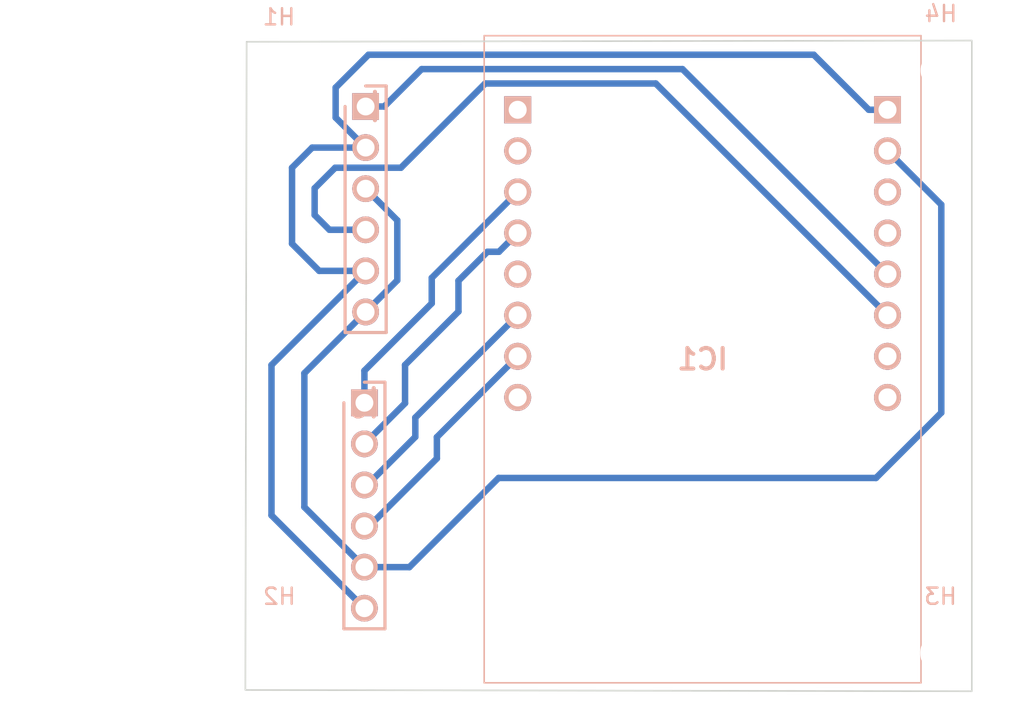
<source format=kicad_pcb>
(kicad_pcb (version 20211014) (generator pcbnew)
  (layers (0 "F.Cu" signal) (31 "B.Cu" signal) (34 "B.Paste" user) (35 "F.Paste" user) (36 "B.SilkS" user "B.Silkscreen") (37 "F.SilkS" user "F.Silkscreen") (38 "B.Mask" user) (39 "F.Mask" user) (44 "Edge.Cuts" user))
  (net 0 "")
  (net 2 "TX")
  (net 3 "RX")
  (net 5 "GND2")
  (net 6 "IO0")
  (net 9 "5V")
  (net 10 "GND")
  (net 13 "S1")
  (net 14 "S2")
  (footprint "MountingHole:MountingHole_2.5mm" (layer "B.Cu") (at 95.4564 55.2704 180)
    (fp_text reference "H1" (at 0 3.5) (layer "B.SilkS") (effects (justify mirror)))
    (fp_text value "MountingHole")
    (pad "" np_thru_hole circle (at 0 0 180) (size 2.5 2.5) (drill 2.5) (layers *.Cu *.Mask))
  )
  (footprint "MountingHole:MountingHole_2.5mm" (layer "B.Cu") (at 136.3758 55.0672 180)
    (fp_text reference "H4" (at 0 3.5) (layer "B.SilkS") (effects (justify mirror)))
    (fp_text value "MountingHole")
    (pad "" np_thru_hole circle (at 0 0 180) (size 2.5 2.5) (drill 2.5) (layers *.Cu *.Mask))
  )
  (footprint "MountingHole:MountingHole_2.5mm" (layer "B.Cu") (at 136.3504 91.0844 180)
    (fp_text reference "H3" (at 0 3.5) (layer "B.SilkS") (effects (justify mirror)))
    (fp_text value "MountingHole")
    (pad "" np_thru_hole circle (at 0 0 180) (size 2.5 2.5) (drill 2.5) (layers *.Cu *.Mask))
  )
  (footprint "SamacSys_Parts:HDRV6W65P0X254_1X6_1502X249X560P" (layer "B.Cu") (at 100.7396 75.6158 -90)
    (fp_text reference "J2" (at 0 0 90) (layer "B.SilkS") (effects (font (size 1.27 1.27) (thickness 0.254)) (justify mirror)))
    (fp_text value "90120-0126" hide)
    (fp_line (start 13.97 1.27) (end 0 1.27) (layer "B.SilkS") (width 0.2))
    (fp_line (start -1.27 -1.27) (end 13.97 -1.27) (layer "B.SilkS") (width 0.2))
    (fp_line (start 13.97 -1.27) (end 13.97 1.27) (layer "B.SilkS") (width 0.2))
    (fp_line (start -1.27 0) (end -1.27 -1.27) (layer "B.SilkS") (width 0.2))
    (pad "1" thru_hole rect (at 0 0 180) (size 1.65 1.65) (drill 1.1) (layers *.Cu *.Mask "B.SilkS") (net 6 "IO0"))
    (pad "2" thru_hole circle (at 2.54 0 180) (size 1.65 1.65) (drill 1.1) (layers *.Cu *.Mask "B.SilkS") (net 5 "GND2"))
    (pad "3" thru_hole circle (at 5.08 0 180) (size 1.65 1.65) (drill 1.1) (layers *.Cu *.Mask "B.SilkS") (net 3 "RX"))
    (pad "4" thru_hole circle (at 7.62 0 180) (size 1.65 1.65) (drill 1.1) (layers *.Cu *.Mask "B.SilkS") (net 2 "TX"))
    (pad "5" thru_hole circle (at 10.16 0 180) (size 1.65 1.65) (drill 1.1) (layers *.Cu *.Mask "B.SilkS") (net 10 "GND"))
    (pad "6" thru_hole circle (at 12.7 0 180) (size 1.65 1.65) (drill 1.1) (layers *.Cu *.Mask "B.SilkS") (net 9 "5V"))
  )
  (footprint "SamacSys_Parts:ESP32CAM" (layer "B.Cu") (at 133.0736 75.285 180)
    (fp_text reference "IC1" (at 11.43 2.36) (layer "B.SilkS") (effects (font (size 1.27 1.27) (thickness 0.254)) (justify mirror)))
    (fp_text value "ESP32-CAM" hide)
    (fp_line (start -2.07 -17.64) (end 24.93 -17.64) (layer "B.SilkS") (width 0.1))
    (fp_line (start 24.93 22.36) (end -2.07 22.36) (layer "B.SilkS") (width 0.1))
    (fp_line (start -2.07 22.36) (end -2.07 -17.64) (layer "B.SilkS") (width 0.1))
    (fp_line (start 24.93 -17.64) (end 24.93 22.36) (layer "B.SilkS") (width 0.1))
    (pad "1" thru_hole circle (at 0 0 90) (size 1.665 1.665) (drill 1.11) (layers *.Cu *.Mask "B.SilkS"))
    (pad "2" thru_hole circle (at 0 2.54 90) (size 1.665 1.665) (drill 1.11) (layers *.Cu *.Mask "B.SilkS"))
    (pad "3" thru_hole circle (at 0 5.08 90) (size 1.665 1.665) (drill 1.11) (layers *.Cu *.Mask "B.SilkS") (net 14 "S2"))
    (pad "4" thru_hole circle (at 0 7.62 90) (size 1.665 1.665) (drill 1.11) (layers *.Cu *.Mask "B.SilkS") (net 13 "S1"))
    (pad "5" thru_hole circle (at 0 10.16 90) (size 1.665 1.665) (drill 1.11) (layers *.Cu *.Mask "B.SilkS"))
    (pad "6" thru_hole circle (at 0 12.7 90) (size 1.665 1.665) (drill 1.11) (layers *.Cu *.Mask "B.SilkS"))
    (pad "7" thru_hole circle (at 0 15.24 90) (size 1.665 1.665) (drill 1.11) (layers *.Cu *.Mask "B.SilkS") (net 10 "GND"))
    (pad "8" thru_hole rect (at 0 17.78 90) (size 1.665 1.665) (drill 1.11) (layers *.Cu *.Mask "B.SilkS") (net 9 "5V"))
    (pad "9" thru_hole rect (at 22.86 17.78 90) (size 1.665 1.665) (drill 1.11) (layers *.Cu *.Mask "B.SilkS"))
    (pad "10" thru_hole circle (at 22.86 15.24 90) (size 1.665 1.665) (drill 1.11) (layers *.Cu *.Mask "B.SilkS"))
    (pad "11" thru_hole circle (at 22.86 12.7 90) (size 1.665 1.665) (drill 1.11) (layers *.Cu *.Mask "B.SilkS") (net 6 "IO0"))
    (pad "12" thru_hole circle (at 22.86 10.16 90) (size 1.665 1.665) (drill 1.11) (layers *.Cu *.Mask "B.SilkS") (net 5 "GND2"))
    (pad "13" thru_hole circle (at 22.86 7.62 90) (size 1.665 1.665) (drill 1.11) (layers *.Cu *.Mask "B.SilkS"))
    (pad "14" thru_hole circle (at 22.86 5.08 90) (size 1.665 1.665) (drill 1.11) (layers *.Cu *.Mask "B.SilkS") (net 3 "RX"))
    (pad "15" thru_hole circle (at 22.86 2.54 90) (size 1.665 1.665) (drill 1.11) (layers *.Cu *.Mask "B.SilkS") (net 2 "TX"))
    (pad "16" thru_hole circle (at 22.86 0 90) (size 1.665 1.665) (drill 1.11) (layers *.Cu *.Mask "B.SilkS"))
  )
  (footprint "SamacSys_Parts:HDRV6W65P0X254_1X6_1502X249X560P" (layer "B.Cu") (at 100.8158 57.3024 -90)
    (fp_text reference "J1" (at 0 0 90) (layer "B.SilkS") (effects (font (size 1.27 1.27) (thickness 0.254)) (justify mirror)))
    (fp_text value "90120-0126" hide)
    (fp_line (start 13.97 1.27) (end 0 1.27) (layer "B.SilkS") (width 0.2))
    (fp_line (start -1.27 0) (end -1.27 -1.27) (layer "B.SilkS") (width 0.2))
    (fp_line (start 13.97 -1.27) (end 13.97 1.27) (layer "B.SilkS") (width 0.2))
    (fp_line (start -1.27 -1.27) (end 13.97 -1.27) (layer "B.SilkS") (width 0.2))
    (pad "1" thru_hole rect (at 0 0 180) (size 1.65 1.65) (drill 1.1) (layers *.Cu *.Mask "B.SilkS") (net 13 "S1"))
    (pad "2" thru_hole circle (at 2.54 0 180) (size 1.65 1.65) (drill 1.1) (layers *.Cu *.Mask "B.SilkS") (net 9 "5V"))
    (pad "3" thru_hole circle (at 5.08 0 180) (size 1.65 1.65) (drill 1.1) (layers *.Cu *.Mask "B.SilkS") (net 10 "GND"))
    (pad "4" thru_hole circle (at 7.62 0 180) (size 1.65 1.65) (drill 1.1) (layers *.Cu *.Mask "B.SilkS") (net 14 "S2"))
    (pad "5" thru_hole circle (at 10.16 0 180) (size 1.65 1.65) (drill 1.1) (layers *.Cu *.Mask "B.SilkS") (net 9 "5V"))
    (pad "6" thru_hole circle (at 12.7 0 180) (size 1.65 1.65) (drill 1.1) (layers *.Cu *.Mask "B.SilkS") (net 10 "GND"))
  )
  (footprint "MountingHole:MountingHole_2.5mm" (layer "B.Cu") (at 95.4818 91.0844 180)
    (fp_text reference "H2" (at 0 3.5) (layer "B.SilkS") (effects (justify mirror)))
    (fp_text value "MountingHole")
    (pad "" np_thru_hole circle (at 0 0 180) (size 2.5 2.5) (drill 2.5) (layers *.Cu *.Mask))
  )
  (gr_poly (pts (xy 93.458748 53.299441) (xy 93.381762 93.369984) (xy 138.284371 93.448225) (xy 138.285157 53.225282)) (layer "Edge.Cuts") (width 0.1) (fill none))
  (segment (start 100.7396 83.2358) (end 101.0412 83.2358) (width 0.4) (layer "B.Cu") (net 2))
  (segment (start 105.2195 79.0575) (end 105.2195 77.7391) (width 0.4) (layer "B.Cu") (net 2))
  (segment (start 105.2195 77.7391) (end 110.2136 72.745) (width 0.4) (layer "B.Cu") (net 2))
  (segment (start 101.0412 83.2358) (end 105.2195 79.0575) (width 0.4) (layer "B.Cu") (net 2))
  (segment (start 100.7396 80.6958) (end 100.9142 80.6958) (width 0.4) (layer "B.Cu") (net 3))
  (segment (start 100.9142 80.6958) (end 103.886 77.724) (width 0.4) (layer "B.Cu") (net 3))
  (segment (start 103.886 76.5326) (end 110.2136 70.205) (width 0.4) (layer "B.Cu") (net 3))
  (segment (start 103.886 77.724) (end 103.886 76.5326) (width 0.4) (layer "B.Cu") (net 3))
  (segment (start 110.2136 65.125) (end 109.0561 66.2825) (width 0.4) (layer "B.Cu") (net 5))
  (segment (start 108.3425 66.2825) (end 109.0561 66.2825) (width 0.4) (layer "B.Cu") (net 5))
  (segment (start 103.251 75.6444) (end 100.7396 78.1558) (width 0.4) (layer "B.Cu") (net 5))
  (segment (start 106.553 68.072) (end 108.3425 66.2825) (width 0.4) (layer "B.Cu") (net 5))
  (segment (start 106.553 69.977) (end 106.553 68.072) (width 0.4) (layer "B.Cu") (net 5))
  (segment (start 103.251 73.279) (end 103.251 75.6444) (width 0.4) (layer "B.Cu") (net 5))
  (segment (start 103.251 73.279) (end 106.553 69.977) (width 0.4) (layer "B.Cu") (net 5))
  (segment (start 100.7396 73.6314) (end 100.7396 75.6158) (width 0.4) (layer "B.Cu") (net 6))
  (segment (start 104.902 69.469) (end 100.7396 73.6314) (width 0.4) (layer "B.Cu") (net 6))
  (segment (start 104.902 67.8966) (end 104.902 69.469) (width 0.4) (layer "B.Cu") (net 6))
  (segment (start 110.2136 62.585) (end 104.902 67.8966) (width 0.4) (layer "B.Cu") (net 6))
  (segment (start 100.8158 67.4624) (end 94.996 73.2822) (width 0.4) (layer "B.Cu") (net 9))
  (segment (start 133.0736 57.505) (end 131.916 57.505) (width 0.4) (layer "B.Cu") (net 9))
  (segment (start 96.266 65.786) (end 96.266 61.087) (width 0.4) (layer "B.Cu") (net 9))
  (segment (start 94.996 73.2822) (end 94.996 82.5722) (width 0.4) (layer "B.Cu") (net 9))
  (segment (start 94.996 82.5722) (end 100.7396 88.3158) (width 0.4) (layer "B.Cu") (net 9))
  (segment (start 100.9936 54.102) (end 98.9616 56.134) (width 0.4) (layer "B.Cu") (net 9))
  (segment (start 98.9616 57.9882) (end 100.8158 59.8424) (width 0.4) (layer "B.Cu") (net 9))
  (segment (start 97.5106 59.8424) (end 100.8158 59.8424) (width 0.4) (layer "B.Cu") (net 9))
  (segment (start 98.9616 56.134) (end 98.9616 57.9882) (width 0.4) (layer "B.Cu") (net 9))
  (segment (start 100.8158 67.4624) (end 97.9424 67.4624) (width 0.4) (layer "B.Cu") (net 9))
  (segment (start 131.916 57.505) (end 128.513 54.102) (width 0.4) (layer "B.Cu") (net 9))
  (segment (start 128.513 54.102) (end 100.9936 54.102) (width 0.4) (layer "B.Cu") (net 9))
  (segment (start 97.9424 67.4624) (end 96.266 65.786) (width 0.4) (layer "B.Cu") (net 9))
  (segment (start 96.266 61.087) (end 97.5106 59.8424) (width 0.4) (layer "B.Cu") (net 9))
  (segment (start 136.398 76.2286) (end 132.3626 80.264) (width 0.4) (layer "B.Cu") (net 10))
  (segment (start 103.5192 85.7758) (end 100.7396 85.7758) (width 0.4) (layer "B.Cu") (net 10))
  (segment (start 97.028 82.0642) (end 97.028 73.7902) (width 0.4) (layer "B.Cu") (net 10))
  (segment (start 102.7716 68.0466) (end 102.7716 64.3382) (width 0.4) (layer "B.Cu") (net 10))
  (segment (start 100.7396 85.7758) (end 97.028 82.0642) (width 0.4) (layer "B.Cu") (net 10))
  (segment (start 102.7716 64.3382) (end 100.8158 62.3824) (width 0.4) (layer "B.Cu") (net 10))
  (segment (start 133.0736 60.045) (end 136.398 63.3694) (width 0.4) (layer "B.Cu") (net 10))
  (segment (start 100.8158 70.0024) (end 102.7716 68.0466) (width 0.4) (layer "B.Cu") (net 10))
  (segment (start 109.031 80.264) (end 103.5192 85.7758) (width 0.4) (layer "B.Cu") (net 10))
  (segment (start 136.398 63.3694) (end 136.398 76.2286) (width 0.4) (layer "B.Cu") (net 10))
  (segment (start 97.028 73.7902) (end 100.8158 70.0024) (width 0.4) (layer "B.Cu") (net 10))
  (segment (start 132.3626 80.264) (end 109.031 80.264) (width 0.4) (layer "B.Cu") (net 10))
  (segment (start 120.3996 54.991) (end 104.2773 54.991) (width 0.4) (layer "B.Cu") (net 13))
  (segment (start 101.9659 57.3024) (end 100.8158 57.3024) (width 0.4) (layer "B.Cu") (net 13))
  (segment (start 133.0736 67.665) (end 120.3996 54.991) (width 0.4) (layer "B.Cu") (net 13))
  (segment (start 104.2773 54.991) (end 101.9659 57.3024) (width 0.4) (layer "B.Cu") (net 13))
  (segment (start 97.663 64.008) (end 97.663 62.357) (width 0.4) (layer "B.Cu") (net 14))
  (segment (start 98.5774 64.9224) (end 97.663 64.008) (width 0.4) (layer "B.Cu") (net 14))
  (segment (start 100.8158 64.9224) (end 98.5774 64.9224) (width 0.4) (layer "B.Cu") (net 14))
  (segment (start 118.7486 55.88) (end 133.0736 70.205) (width 0.4) (layer "B.Cu") (net 14))
  (segment (start 97.663 62.357) (end 98.933 61.087) (width 0.4) (layer "B.Cu") (net 14))
  (segment (start 102.997 61.087) (end 108.204 55.88) (width 0.4) (layer "B.Cu") (net 14))
  (segment (start 108.204 55.88) (end 118.7486 55.88) (width 0.4) (layer "B.Cu") (net 14))
  (segment (start 98.933 61.087) (end 102.997 61.087) (width 0.4) (layer "B.Cu") (net 14))
)
</source>
